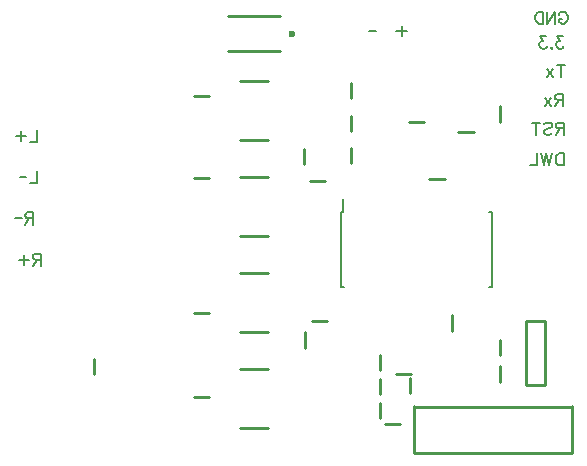
<source format=gbr>
G04 DipTrace 3.3.1.3*
G04 BottomSilk.gbr*
%MOIN*%
G04 #@! TF.FileFunction,Legend,Bot*
G04 #@! TF.Part,Single*
%ADD10C,0.009843*%
%ADD35C,0.023631*%
%ADD61C,0.005906*%
%ADD158C,0.006176*%
%FSLAX26Y26*%
G04*
G70*
G90*
G75*
G01*
G04 BotSilk*
%LPD*%
X1717681Y1502262D2*
D10*
X1768823D1*
X1524727Y1415650D2*
Y1364508D1*
X1621748Y673475D2*
Y724617D1*
X1524727Y1521949D2*
Y1470807D1*
Y1632185D2*
Y1581043D1*
X1621748Y593150D2*
Y644291D1*
X1621543Y512824D2*
Y563966D1*
X2020832Y722776D2*
Y773917D1*
X1934177Y1466871D2*
X1883035D1*
X2021343Y634795D2*
Y685937D1*
X1721577Y647933D2*
Y596791D1*
X1787025Y1311449D2*
X1838167D1*
X2020832Y1502303D2*
Y1553445D1*
X1863615Y856814D2*
Y805672D1*
X1439058Y1302722D2*
X1387916D1*
X1674374Y659743D2*
X1725516D1*
X1638941Y494388D2*
X1690083D1*
X1367247Y1411713D2*
Y1360571D1*
X1394167Y838917D2*
X1445308D1*
X1370504Y799382D2*
Y748240D1*
X1001146Y864467D2*
X1052287D1*
X1001146Y584940D2*
X1052287D1*
Y1588919D2*
X1001146D1*
X1052287Y1313328D2*
X1001146D1*
X670438Y659783D2*
Y710925D1*
X1288526Y1852679D2*
X1115311D1*
X1288526Y1738505D2*
X1115311D1*
D35*
X1327896Y1795586D3*
X1734696Y552242D2*
D10*
X2260942D1*
X1735405Y398192D2*
Y552488D1*
X1734696Y395984D2*
X2260942D1*
Y398192D2*
Y552488D1*
X1247179Y997594D2*
X1156648D1*
X1247179Y800742D2*
X1156648D1*
X1247179Y677481D2*
X1156648D1*
X1247179Y480629D2*
X1156648D1*
X1247179Y1637821D2*
X1156648D1*
X1247179Y1440969D2*
X1156648D1*
X1247179Y1317708D2*
X1156648D1*
X1247179Y1120856D2*
X1156648D1*
X2172386Y624528D2*
Y837028D1*
X2109888Y624528D2*
X2172386D1*
X2109888D2*
Y837028D1*
X2172386D1*
X1493540Y1201228D2*
D61*
X1500399D1*
X1493540Y951213D2*
X1503648D1*
X1995466D2*
X1985357D1*
X1995466Y1201228D2*
X1985357D1*
X1493540D2*
Y951213D1*
X1995466Y1201228D2*
Y951213D1*
X1500399Y1201228D2*
Y1243535D1*
X2218488Y1858932D2*
D158*
X2220389Y1862735D1*
X2224236Y1866582D1*
X2228038Y1868483D1*
X2235687D1*
X2239534Y1866582D1*
X2243337Y1862735D1*
X2245282Y1858932D1*
X2247184Y1853184D1*
Y1843590D1*
X2245282Y1837886D1*
X2243337Y1834039D1*
X2239534Y1830236D1*
X2235687Y1828291D1*
X2228038D1*
X2224236Y1830236D1*
X2220389Y1834039D1*
X2218488Y1837886D1*
Y1843590D1*
X2228038D1*
X2179342Y1868483D2*
Y1828291D1*
X2206136Y1868483D1*
Y1828291D1*
X2166990Y1868483D2*
Y1828291D1*
X2153593D1*
X2147845Y1830236D1*
X2143998Y1834039D1*
X2142097Y1837886D1*
X2140195Y1843590D1*
Y1853184D1*
X2142097Y1858932D1*
X2143998Y1862735D1*
X2147845Y1866582D1*
X2153593Y1868483D1*
X2166990D1*
X2235372Y1479414D2*
X2218172D1*
X2212424Y1481359D1*
X2210478Y1483260D1*
X2208577Y1487063D1*
Y1490910D1*
X2210478Y1494712D1*
X2212424Y1496658D1*
X2218172Y1498559D1*
X2235372D1*
Y1458367D1*
X2221974Y1479414D2*
X2208577Y1458367D1*
X2169431Y1492811D2*
X2173233Y1496658D1*
X2178981Y1498559D1*
X2186631D1*
X2192379Y1496658D1*
X2196225Y1492811D1*
Y1489008D1*
X2194280Y1485162D1*
X2192379Y1483260D1*
X2188576Y1481359D1*
X2177080Y1477512D1*
X2173233Y1475611D1*
X2171332Y1473666D1*
X2169431Y1469863D1*
Y1464115D1*
X2173233Y1460313D1*
X2178981Y1458367D1*
X2186631D1*
X2192379Y1460313D1*
X2196225Y1464115D1*
X2143682Y1498559D2*
Y1458367D1*
X2157079Y1498559D2*
X2130285D1*
X2231526Y1785762D2*
X2210523D1*
X2221975Y1770463D1*
X2216227D1*
X2212425Y1768562D1*
X2210523Y1766660D1*
X2208578Y1760912D1*
Y1757110D1*
X2210523Y1751362D1*
X2214326Y1747515D1*
X2220074Y1745614D1*
X2225822D1*
X2231526Y1747515D1*
X2233427Y1749461D1*
X2235372Y1753263D1*
X2194325Y1749461D2*
X2196226Y1747515D1*
X2194325Y1745614D1*
X2192380Y1747515D1*
X2194325Y1749461D1*
X2176181Y1785762D2*
X2155179D1*
X2166631Y1770463D1*
X2160883D1*
X2157080Y1768562D1*
X2155179Y1766660D1*
X2153234Y1760912D1*
Y1757110D1*
X2155179Y1751362D1*
X2158982Y1747515D1*
X2164730Y1745614D1*
X2170478D1*
X2176181Y1747515D1*
X2178083Y1749461D1*
X2180028Y1753263D1*
X2235373Y1396042D2*
Y1355850D1*
X2221975D1*
X2216227Y1357795D1*
X2212380Y1361598D1*
X2210479Y1365445D1*
X2208578Y1371149D1*
Y1380743D1*
X2210479Y1386491D1*
X2212380Y1390294D1*
X2216227Y1394141D1*
X2221975Y1396042D1*
X2235373D1*
X2196226D2*
X2186632Y1355850D1*
X2177081Y1396042D1*
X2167531Y1355850D1*
X2157936Y1396042D1*
X2145584D2*
Y1355850D1*
X2122636D1*
X2225912Y1691318D2*
Y1651126D1*
X2239309Y1691318D2*
X2212515D1*
X2200163Y1677920D2*
X2179117Y1651126D1*
Y1677920D2*
X2200163Y1651126D1*
X2231435Y1573747D2*
X2214236D1*
X2208488Y1575692D1*
X2206542Y1577594D1*
X2204641Y1581396D1*
Y1585243D1*
X2206542Y1589046D1*
X2208488Y1590991D1*
X2214236Y1592892D1*
X2231435D1*
Y1552700D1*
X2218038Y1573747D2*
X2204641Y1552700D1*
X2192289Y1579495D2*
X2171243Y1552700D1*
Y1579495D2*
X2192289Y1552700D1*
X478792Y1474782D2*
Y1434590D1*
X455844D1*
X426293Y1471886D2*
Y1437442D1*
X443492Y1454642D2*
X409048D1*
X478792Y1337142D2*
Y1296950D1*
X455844D1*
X443492Y1317024D2*
X421384D1*
X466456Y1180046D2*
X449256D1*
X443508Y1181992D1*
X441563Y1183893D1*
X439661Y1187696D1*
Y1191542D1*
X441563Y1195345D1*
X443508Y1197290D1*
X449256Y1199192D1*
X466456D1*
Y1159000D1*
X453059Y1180046D2*
X439661Y1159000D1*
X427310Y1179073D2*
X405202D1*
X491128Y1042251D2*
X473928D1*
X468180Y1044196D1*
X466235Y1046098D1*
X464333Y1049900D1*
Y1053747D1*
X466235Y1057550D1*
X468180Y1059495D1*
X473928Y1061396D1*
X491128D1*
Y1021204D1*
X477731Y1042251D2*
X464333Y1021204D1*
X434782Y1058500D2*
Y1024056D1*
X451982Y1041256D2*
X417538D1*
X1694009Y1822280D2*
Y1787836D1*
X1711209Y1805036D2*
X1676765D1*
X1608322Y1805058D2*
X1586214D1*
M02*

</source>
